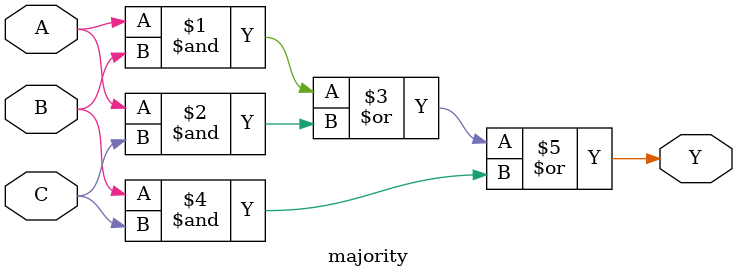
<source format=v>
module majority (
	input wire A,
	input wire B,
	input wire C,
	output wire Y
);
assign Y = (A & B) | (A & C) | (B & C);
endmodule

</source>
